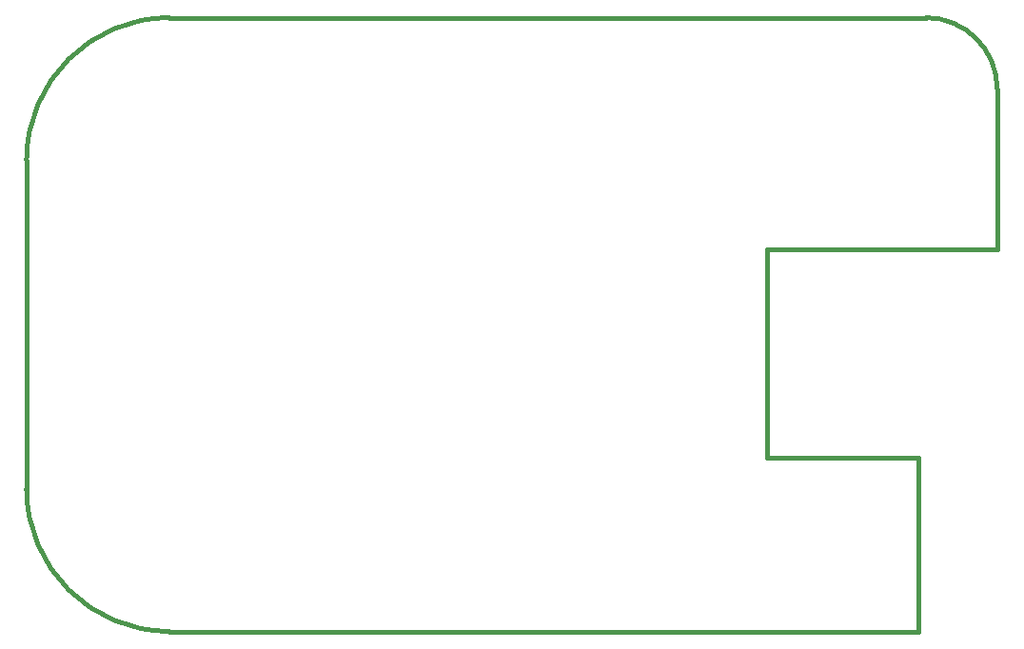
<source format=gko>
G04 (created by PCBNEW (2013-05-31 BZR 4019)-stable) date 7/19/2013 3:45:29 PM*
%MOIN*%
G04 Gerber Fmt 3.4, Leading zero omitted, Abs format*
%FSLAX34Y34*%
G01*
G70*
G90*
G04 APERTURE LIST*
%ADD10C,0.00590551*%
%ADD11C,0.015*%
G04 APERTURE END LIST*
G54D10*
G54D11*
X-23250Y-20250D02*
X3000Y-20250D01*
X3000Y-14150D02*
X-2300Y-14150D01*
X3000Y-20250D02*
X3000Y-14150D01*
X5750Y-6850D02*
X5750Y-1750D01*
X5750Y-6850D02*
X-2300Y-6850D01*
X-2300Y-6850D02*
X-2300Y-14150D01*
X5750Y-1250D02*
X5750Y-1750D01*
X-23250Y1250D02*
X3250Y1250D01*
X-28250Y-3750D02*
X-28250Y-15250D01*
X-23250Y1250D02*
G75*
G03X-28250Y-3750I0J-5000D01*
G74*
G01*
X-28250Y-15250D02*
G75*
G03X-23250Y-20250I5000J0D01*
G74*
G01*
X5750Y-1250D02*
G75*
G03X3250Y1250I-2500J0D01*
G74*
G01*
M02*

</source>
